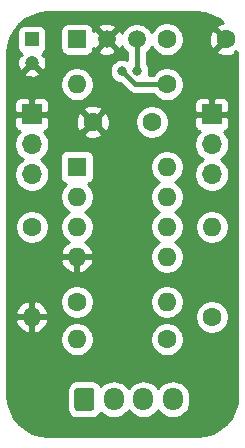
<source format=gbl>
G04 #@! TF.GenerationSoftware,KiCad,Pcbnew,(5.1.8)-1*
G04 #@! TF.CreationDate,2023-09-30T03:10:54+02:00*
G04 #@! TF.ProjectId,RC Exhaust System RGB,52432045-7868-4617-9573-742053797374,rev?*
G04 #@! TF.SameCoordinates,Original*
G04 #@! TF.FileFunction,Copper,L2,Bot*
G04 #@! TF.FilePolarity,Positive*
%FSLAX46Y46*%
G04 Gerber Fmt 4.6, Leading zero omitted, Abs format (unit mm)*
G04 Created by KiCad (PCBNEW (5.1.8)-1) date 2023-09-30 03:10:54*
%MOMM*%
%LPD*%
G01*
G04 APERTURE LIST*
G04 #@! TA.AperFunction,ComponentPad*
%ADD10C,1.600000*%
G04 #@! TD*
G04 #@! TA.AperFunction,ComponentPad*
%ADD11O,1.600000X1.600000*%
G04 #@! TD*
G04 #@! TA.AperFunction,ComponentPad*
%ADD12O,1.700000X1.700000*%
G04 #@! TD*
G04 #@! TA.AperFunction,ComponentPad*
%ADD13R,1.700000X1.700000*%
G04 #@! TD*
G04 #@! TA.AperFunction,ComponentPad*
%ADD14R,1.600000X1.600000*%
G04 #@! TD*
G04 #@! TA.AperFunction,ComponentPad*
%ADD15R,1.200000X1.200000*%
G04 #@! TD*
G04 #@! TA.AperFunction,ComponentPad*
%ADD16C,1.200000*%
G04 #@! TD*
G04 #@! TA.AperFunction,ComponentPad*
%ADD17C,1.500000*%
G04 #@! TD*
G04 #@! TA.AperFunction,ComponentPad*
%ADD18R,1.500000X1.500000*%
G04 #@! TD*
G04 #@! TA.AperFunction,ComponentPad*
%ADD19O,1.700000X1.950000*%
G04 #@! TD*
G04 #@! TA.AperFunction,ViaPad*
%ADD20C,0.800000*%
G04 #@! TD*
G04 #@! TA.AperFunction,Conductor*
%ADD21C,0.381000*%
G04 #@! TD*
G04 #@! TA.AperFunction,Conductor*
%ADD22C,0.254000*%
G04 #@! TD*
G04 #@! TA.AperFunction,Conductor*
%ADD23C,0.100000*%
G04 #@! TD*
G04 APERTURE END LIST*
D10*
X84455000Y-76835000D03*
X89455000Y-76835000D03*
X78185000Y-83820000D03*
X83185000Y-83820000D03*
X76835000Y-99060000D03*
D11*
X84455000Y-99060000D03*
X88265000Y-92710000D03*
D10*
X88265000Y-100330000D03*
D12*
X88265000Y-88265000D03*
X88265000Y-85725000D03*
D13*
X88265000Y-83185000D03*
D14*
X76835000Y-87630000D03*
D11*
X84455000Y-95250000D03*
X76835000Y-90170000D03*
X84455000Y-92710000D03*
X76835000Y-92710000D03*
X84455000Y-90170000D03*
X76835000Y-95250000D03*
X84455000Y-87630000D03*
D15*
X73025000Y-76835000D03*
D16*
X73025000Y-78835000D03*
D13*
X73025000Y-83185000D03*
D12*
X73025000Y-85725000D03*
X73025000Y-88265000D03*
D17*
X79375000Y-76835000D03*
X81915000Y-76835000D03*
D18*
X76835000Y-76835000D03*
D10*
X84455000Y-102235000D03*
D11*
X76835000Y-102235000D03*
X76835000Y-80645000D03*
D10*
X84455000Y-80645000D03*
X73025000Y-92710000D03*
D11*
X73025000Y-100330000D03*
G04 #@! TA.AperFunction,ComponentPad*
G36*
G01*
X76620000Y-108040000D02*
X76620000Y-106590000D01*
G75*
G02*
X76870000Y-106340000I250000J0D01*
G01*
X78070000Y-106340000D01*
G75*
G02*
X78320000Y-106590000I0J-250000D01*
G01*
X78320000Y-108040000D01*
G75*
G02*
X78070000Y-108290000I-250000J0D01*
G01*
X76870000Y-108290000D01*
G75*
G02*
X76620000Y-108040000I0J250000D01*
G01*
G37*
G04 #@! TD.AperFunction*
D19*
X79970000Y-107315000D03*
X82470000Y-107315000D03*
X84970000Y-107315000D03*
D20*
X81915000Y-79530500D03*
X80645000Y-79530500D03*
D21*
X81915000Y-79530500D02*
X81915000Y-76835000D01*
X81759500Y-80645000D02*
X81915000Y-80645000D01*
X80645000Y-79530500D02*
X81759500Y-80645000D01*
X81915000Y-80645000D02*
X84455000Y-80645000D01*
D22*
X87662551Y-74624619D02*
X88304677Y-74818488D01*
X88896917Y-75133388D01*
X89243103Y-75415731D01*
X89104870Y-75436213D01*
X88838708Y-75531397D01*
X88713486Y-75598329D01*
X88641903Y-75842298D01*
X89455000Y-76655395D01*
X89469143Y-76641253D01*
X89648748Y-76820858D01*
X89634605Y-76835000D01*
X89648748Y-76849143D01*
X89469143Y-77028748D01*
X89455000Y-77014605D01*
X88641903Y-77827702D01*
X88713486Y-78071671D01*
X88968996Y-78192571D01*
X89243184Y-78261300D01*
X89525512Y-78275217D01*
X89805130Y-78233787D01*
X90071292Y-78138603D01*
X90196514Y-78071671D01*
X90268097Y-77827704D01*
X90384370Y-77943977D01*
X90424579Y-77903768D01*
X90435000Y-78002921D01*
X90432004Y-106933683D01*
X90363381Y-107633551D01*
X90169512Y-108275677D01*
X89854612Y-108867917D01*
X89430680Y-109387708D01*
X88913852Y-109815266D01*
X88323829Y-110134291D01*
X87683068Y-110332640D01*
X86985088Y-110406000D01*
X74424279Y-110406000D01*
X73724449Y-110337381D01*
X73082323Y-110143512D01*
X72490083Y-109828612D01*
X71970292Y-109404680D01*
X71542734Y-108887852D01*
X71223709Y-108297829D01*
X71025360Y-107657068D01*
X70952000Y-106959088D01*
X70952000Y-106590000D01*
X75981928Y-106590000D01*
X75981928Y-108040000D01*
X75998992Y-108213254D01*
X76049528Y-108379850D01*
X76131595Y-108533386D01*
X76242038Y-108667962D01*
X76376614Y-108778405D01*
X76530150Y-108860472D01*
X76696746Y-108911008D01*
X76870000Y-108928072D01*
X78070000Y-108928072D01*
X78243254Y-108911008D01*
X78409850Y-108860472D01*
X78563386Y-108778405D01*
X78697962Y-108667962D01*
X78808405Y-108533386D01*
X78862777Y-108431663D01*
X78914866Y-108495134D01*
X79140987Y-108680706D01*
X79398967Y-108818599D01*
X79678890Y-108903513D01*
X79970000Y-108932185D01*
X80261111Y-108903513D01*
X80541034Y-108818599D01*
X80799014Y-108680706D01*
X81025134Y-108495134D01*
X81210706Y-108269014D01*
X81220000Y-108251626D01*
X81229294Y-108269014D01*
X81414866Y-108495134D01*
X81640987Y-108680706D01*
X81898967Y-108818599D01*
X82178890Y-108903513D01*
X82470000Y-108932185D01*
X82761111Y-108903513D01*
X83041034Y-108818599D01*
X83299014Y-108680706D01*
X83525134Y-108495134D01*
X83710706Y-108269014D01*
X83720000Y-108251626D01*
X83729294Y-108269014D01*
X83914866Y-108495134D01*
X84140987Y-108680706D01*
X84398967Y-108818599D01*
X84678890Y-108903513D01*
X84970000Y-108932185D01*
X85261111Y-108903513D01*
X85541034Y-108818599D01*
X85799014Y-108680706D01*
X86025134Y-108495134D01*
X86210706Y-108269014D01*
X86348599Y-108011033D01*
X86433513Y-107731110D01*
X86455000Y-107512949D01*
X86455000Y-107117050D01*
X86433513Y-106898889D01*
X86348599Y-106618966D01*
X86210706Y-106360986D01*
X86025134Y-106134866D01*
X85799013Y-105949294D01*
X85541033Y-105811401D01*
X85261110Y-105726487D01*
X84970000Y-105697815D01*
X84678889Y-105726487D01*
X84398966Y-105811401D01*
X84140986Y-105949294D01*
X83914866Y-106134866D01*
X83729294Y-106360987D01*
X83720000Y-106378374D01*
X83710706Y-106360986D01*
X83525134Y-106134866D01*
X83299013Y-105949294D01*
X83041033Y-105811401D01*
X82761110Y-105726487D01*
X82470000Y-105697815D01*
X82178889Y-105726487D01*
X81898966Y-105811401D01*
X81640986Y-105949294D01*
X81414866Y-106134866D01*
X81229294Y-106360987D01*
X81220000Y-106378374D01*
X81210706Y-106360986D01*
X81025134Y-106134866D01*
X80799013Y-105949294D01*
X80541033Y-105811401D01*
X80261110Y-105726487D01*
X79970000Y-105697815D01*
X79678889Y-105726487D01*
X79398966Y-105811401D01*
X79140986Y-105949294D01*
X78914866Y-106134866D01*
X78862777Y-106198337D01*
X78808405Y-106096614D01*
X78697962Y-105962038D01*
X78563386Y-105851595D01*
X78409850Y-105769528D01*
X78243254Y-105718992D01*
X78070000Y-105701928D01*
X76870000Y-105701928D01*
X76696746Y-105718992D01*
X76530150Y-105769528D01*
X76376614Y-105851595D01*
X76242038Y-105962038D01*
X76131595Y-106096614D01*
X76049528Y-106250150D01*
X75998992Y-106416746D01*
X75981928Y-106590000D01*
X70952000Y-106590000D01*
X70952000Y-102093665D01*
X75400000Y-102093665D01*
X75400000Y-102376335D01*
X75455147Y-102653574D01*
X75563320Y-102914727D01*
X75720363Y-103149759D01*
X75920241Y-103349637D01*
X76155273Y-103506680D01*
X76416426Y-103614853D01*
X76693665Y-103670000D01*
X76976335Y-103670000D01*
X77253574Y-103614853D01*
X77514727Y-103506680D01*
X77749759Y-103349637D01*
X77949637Y-103149759D01*
X78106680Y-102914727D01*
X78214853Y-102653574D01*
X78270000Y-102376335D01*
X78270000Y-102093665D01*
X83020000Y-102093665D01*
X83020000Y-102376335D01*
X83075147Y-102653574D01*
X83183320Y-102914727D01*
X83340363Y-103149759D01*
X83540241Y-103349637D01*
X83775273Y-103506680D01*
X84036426Y-103614853D01*
X84313665Y-103670000D01*
X84596335Y-103670000D01*
X84873574Y-103614853D01*
X85134727Y-103506680D01*
X85369759Y-103349637D01*
X85569637Y-103149759D01*
X85726680Y-102914727D01*
X85834853Y-102653574D01*
X85890000Y-102376335D01*
X85890000Y-102093665D01*
X85834853Y-101816426D01*
X85726680Y-101555273D01*
X85569637Y-101320241D01*
X85369759Y-101120363D01*
X85134727Y-100963320D01*
X84873574Y-100855147D01*
X84596335Y-100800000D01*
X84313665Y-100800000D01*
X84036426Y-100855147D01*
X83775273Y-100963320D01*
X83540241Y-101120363D01*
X83340363Y-101320241D01*
X83183320Y-101555273D01*
X83075147Y-101816426D01*
X83020000Y-102093665D01*
X78270000Y-102093665D01*
X78214853Y-101816426D01*
X78106680Y-101555273D01*
X77949637Y-101320241D01*
X77749759Y-101120363D01*
X77514727Y-100963320D01*
X77253574Y-100855147D01*
X76976335Y-100800000D01*
X76693665Y-100800000D01*
X76416426Y-100855147D01*
X76155273Y-100963320D01*
X75920241Y-101120363D01*
X75720363Y-101320241D01*
X75563320Y-101555273D01*
X75455147Y-101816426D01*
X75400000Y-102093665D01*
X70952000Y-102093665D01*
X70952000Y-100679040D01*
X71633091Y-100679040D01*
X71727930Y-100943881D01*
X71872615Y-101185131D01*
X72061586Y-101393519D01*
X72287580Y-101561037D01*
X72541913Y-101681246D01*
X72675961Y-101721904D01*
X72898000Y-101599915D01*
X72898000Y-100457000D01*
X73152000Y-100457000D01*
X73152000Y-101599915D01*
X73374039Y-101721904D01*
X73508087Y-101681246D01*
X73762420Y-101561037D01*
X73988414Y-101393519D01*
X74177385Y-101185131D01*
X74322070Y-100943881D01*
X74416909Y-100679040D01*
X74295624Y-100457000D01*
X73152000Y-100457000D01*
X72898000Y-100457000D01*
X71754376Y-100457000D01*
X71633091Y-100679040D01*
X70952000Y-100679040D01*
X70952000Y-99980960D01*
X71633091Y-99980960D01*
X71754376Y-100203000D01*
X72898000Y-100203000D01*
X72898000Y-99060085D01*
X73152000Y-99060085D01*
X73152000Y-100203000D01*
X74295624Y-100203000D01*
X74416909Y-99980960D01*
X74322070Y-99716119D01*
X74177385Y-99474869D01*
X73988414Y-99266481D01*
X73762420Y-99098963D01*
X73508087Y-98978754D01*
X73374039Y-98938096D01*
X73152000Y-99060085D01*
X72898000Y-99060085D01*
X72675961Y-98938096D01*
X72541913Y-98978754D01*
X72287580Y-99098963D01*
X72061586Y-99266481D01*
X71872615Y-99474869D01*
X71727930Y-99716119D01*
X71633091Y-99980960D01*
X70952000Y-99980960D01*
X70952000Y-98918665D01*
X75400000Y-98918665D01*
X75400000Y-99201335D01*
X75455147Y-99478574D01*
X75563320Y-99739727D01*
X75720363Y-99974759D01*
X75920241Y-100174637D01*
X76155273Y-100331680D01*
X76416426Y-100439853D01*
X76693665Y-100495000D01*
X76976335Y-100495000D01*
X77253574Y-100439853D01*
X77514727Y-100331680D01*
X77749759Y-100174637D01*
X77949637Y-99974759D01*
X78106680Y-99739727D01*
X78214853Y-99478574D01*
X78270000Y-99201335D01*
X78270000Y-98918665D01*
X83020000Y-98918665D01*
X83020000Y-99201335D01*
X83075147Y-99478574D01*
X83183320Y-99739727D01*
X83340363Y-99974759D01*
X83540241Y-100174637D01*
X83775273Y-100331680D01*
X84036426Y-100439853D01*
X84313665Y-100495000D01*
X84596335Y-100495000D01*
X84873574Y-100439853D01*
X85134727Y-100331680D01*
X85348764Y-100188665D01*
X86830000Y-100188665D01*
X86830000Y-100471335D01*
X86885147Y-100748574D01*
X86993320Y-101009727D01*
X87150363Y-101244759D01*
X87350241Y-101444637D01*
X87585273Y-101601680D01*
X87846426Y-101709853D01*
X88123665Y-101765000D01*
X88406335Y-101765000D01*
X88683574Y-101709853D01*
X88944727Y-101601680D01*
X89179759Y-101444637D01*
X89379637Y-101244759D01*
X89536680Y-101009727D01*
X89644853Y-100748574D01*
X89700000Y-100471335D01*
X89700000Y-100188665D01*
X89644853Y-99911426D01*
X89536680Y-99650273D01*
X89379637Y-99415241D01*
X89179759Y-99215363D01*
X88944727Y-99058320D01*
X88683574Y-98950147D01*
X88406335Y-98895000D01*
X88123665Y-98895000D01*
X87846426Y-98950147D01*
X87585273Y-99058320D01*
X87350241Y-99215363D01*
X87150363Y-99415241D01*
X86993320Y-99650273D01*
X86885147Y-99911426D01*
X86830000Y-100188665D01*
X85348764Y-100188665D01*
X85369759Y-100174637D01*
X85569637Y-99974759D01*
X85726680Y-99739727D01*
X85834853Y-99478574D01*
X85890000Y-99201335D01*
X85890000Y-98918665D01*
X85834853Y-98641426D01*
X85726680Y-98380273D01*
X85569637Y-98145241D01*
X85369759Y-97945363D01*
X85134727Y-97788320D01*
X84873574Y-97680147D01*
X84596335Y-97625000D01*
X84313665Y-97625000D01*
X84036426Y-97680147D01*
X83775273Y-97788320D01*
X83540241Y-97945363D01*
X83340363Y-98145241D01*
X83183320Y-98380273D01*
X83075147Y-98641426D01*
X83020000Y-98918665D01*
X78270000Y-98918665D01*
X78214853Y-98641426D01*
X78106680Y-98380273D01*
X77949637Y-98145241D01*
X77749759Y-97945363D01*
X77514727Y-97788320D01*
X77253574Y-97680147D01*
X76976335Y-97625000D01*
X76693665Y-97625000D01*
X76416426Y-97680147D01*
X76155273Y-97788320D01*
X75920241Y-97945363D01*
X75720363Y-98145241D01*
X75563320Y-98380273D01*
X75455147Y-98641426D01*
X75400000Y-98918665D01*
X70952000Y-98918665D01*
X70952000Y-95599039D01*
X75443096Y-95599039D01*
X75483754Y-95733087D01*
X75603963Y-95987420D01*
X75771481Y-96213414D01*
X75979869Y-96402385D01*
X76221119Y-96547070D01*
X76485960Y-96641909D01*
X76708000Y-96520624D01*
X76708000Y-95377000D01*
X76962000Y-95377000D01*
X76962000Y-96520624D01*
X77184040Y-96641909D01*
X77448881Y-96547070D01*
X77690131Y-96402385D01*
X77898519Y-96213414D01*
X78066037Y-95987420D01*
X78186246Y-95733087D01*
X78226904Y-95599039D01*
X78104915Y-95377000D01*
X76962000Y-95377000D01*
X76708000Y-95377000D01*
X75565085Y-95377000D01*
X75443096Y-95599039D01*
X70952000Y-95599039D01*
X70952000Y-92568665D01*
X71590000Y-92568665D01*
X71590000Y-92851335D01*
X71645147Y-93128574D01*
X71753320Y-93389727D01*
X71910363Y-93624759D01*
X72110241Y-93824637D01*
X72345273Y-93981680D01*
X72606426Y-94089853D01*
X72883665Y-94145000D01*
X73166335Y-94145000D01*
X73443574Y-94089853D01*
X73704727Y-93981680D01*
X73939759Y-93824637D01*
X74139637Y-93624759D01*
X74296680Y-93389727D01*
X74404853Y-93128574D01*
X74460000Y-92851335D01*
X74460000Y-92568665D01*
X74404853Y-92291426D01*
X74296680Y-92030273D01*
X74139637Y-91795241D01*
X73939759Y-91595363D01*
X73704727Y-91438320D01*
X73443574Y-91330147D01*
X73166335Y-91275000D01*
X72883665Y-91275000D01*
X72606426Y-91330147D01*
X72345273Y-91438320D01*
X72110241Y-91595363D01*
X71910363Y-91795241D01*
X71753320Y-92030273D01*
X71645147Y-92291426D01*
X71590000Y-92568665D01*
X70952000Y-92568665D01*
X70952000Y-84035000D01*
X71536928Y-84035000D01*
X71549188Y-84159482D01*
X71585498Y-84279180D01*
X71644463Y-84389494D01*
X71723815Y-84486185D01*
X71820506Y-84565537D01*
X71930820Y-84624502D01*
X72003380Y-84646513D01*
X71871525Y-84778368D01*
X71709010Y-85021589D01*
X71597068Y-85291842D01*
X71540000Y-85578740D01*
X71540000Y-85871260D01*
X71597068Y-86158158D01*
X71709010Y-86428411D01*
X71871525Y-86671632D01*
X72078368Y-86878475D01*
X72252760Y-86995000D01*
X72078368Y-87111525D01*
X71871525Y-87318368D01*
X71709010Y-87561589D01*
X71597068Y-87831842D01*
X71540000Y-88118740D01*
X71540000Y-88411260D01*
X71597068Y-88698158D01*
X71709010Y-88968411D01*
X71871525Y-89211632D01*
X72078368Y-89418475D01*
X72321589Y-89580990D01*
X72591842Y-89692932D01*
X72878740Y-89750000D01*
X73171260Y-89750000D01*
X73458158Y-89692932D01*
X73728411Y-89580990D01*
X73971632Y-89418475D01*
X74178475Y-89211632D01*
X74340990Y-88968411D01*
X74452932Y-88698158D01*
X74510000Y-88411260D01*
X74510000Y-88118740D01*
X74452932Y-87831842D01*
X74340990Y-87561589D01*
X74178475Y-87318368D01*
X73971632Y-87111525D01*
X73797240Y-86995000D01*
X73971632Y-86878475D01*
X74020107Y-86830000D01*
X75396928Y-86830000D01*
X75396928Y-88430000D01*
X75409188Y-88554482D01*
X75445498Y-88674180D01*
X75504463Y-88784494D01*
X75583815Y-88881185D01*
X75680506Y-88960537D01*
X75790820Y-89019502D01*
X75910518Y-89055812D01*
X75918961Y-89056643D01*
X75720363Y-89255241D01*
X75563320Y-89490273D01*
X75455147Y-89751426D01*
X75400000Y-90028665D01*
X75400000Y-90311335D01*
X75455147Y-90588574D01*
X75563320Y-90849727D01*
X75720363Y-91084759D01*
X75920241Y-91284637D01*
X76152759Y-91440000D01*
X75920241Y-91595363D01*
X75720363Y-91795241D01*
X75563320Y-92030273D01*
X75455147Y-92291426D01*
X75400000Y-92568665D01*
X75400000Y-92851335D01*
X75455147Y-93128574D01*
X75563320Y-93389727D01*
X75720363Y-93624759D01*
X75920241Y-93824637D01*
X76155273Y-93981680D01*
X76165865Y-93986067D01*
X75979869Y-94097615D01*
X75771481Y-94286586D01*
X75603963Y-94512580D01*
X75483754Y-94766913D01*
X75443096Y-94900961D01*
X75565085Y-95123000D01*
X76708000Y-95123000D01*
X76708000Y-95103000D01*
X76962000Y-95103000D01*
X76962000Y-95123000D01*
X78104915Y-95123000D01*
X78226904Y-94900961D01*
X78186246Y-94766913D01*
X78066037Y-94512580D01*
X77898519Y-94286586D01*
X77690131Y-94097615D01*
X77504135Y-93986067D01*
X77514727Y-93981680D01*
X77749759Y-93824637D01*
X77949637Y-93624759D01*
X78106680Y-93389727D01*
X78214853Y-93128574D01*
X78270000Y-92851335D01*
X78270000Y-92568665D01*
X78214853Y-92291426D01*
X78106680Y-92030273D01*
X77949637Y-91795241D01*
X77749759Y-91595363D01*
X77517241Y-91440000D01*
X77749759Y-91284637D01*
X77949637Y-91084759D01*
X78106680Y-90849727D01*
X78214853Y-90588574D01*
X78270000Y-90311335D01*
X78270000Y-90028665D01*
X78214853Y-89751426D01*
X78106680Y-89490273D01*
X77949637Y-89255241D01*
X77751039Y-89056643D01*
X77759482Y-89055812D01*
X77879180Y-89019502D01*
X77989494Y-88960537D01*
X78086185Y-88881185D01*
X78165537Y-88784494D01*
X78224502Y-88674180D01*
X78260812Y-88554482D01*
X78273072Y-88430000D01*
X78273072Y-87488665D01*
X83020000Y-87488665D01*
X83020000Y-87771335D01*
X83075147Y-88048574D01*
X83183320Y-88309727D01*
X83340363Y-88544759D01*
X83540241Y-88744637D01*
X83772759Y-88900000D01*
X83540241Y-89055363D01*
X83340363Y-89255241D01*
X83183320Y-89490273D01*
X83075147Y-89751426D01*
X83020000Y-90028665D01*
X83020000Y-90311335D01*
X83075147Y-90588574D01*
X83183320Y-90849727D01*
X83340363Y-91084759D01*
X83540241Y-91284637D01*
X83772759Y-91440000D01*
X83540241Y-91595363D01*
X83340363Y-91795241D01*
X83183320Y-92030273D01*
X83075147Y-92291426D01*
X83020000Y-92568665D01*
X83020000Y-92851335D01*
X83075147Y-93128574D01*
X83183320Y-93389727D01*
X83340363Y-93624759D01*
X83540241Y-93824637D01*
X83772759Y-93980000D01*
X83540241Y-94135363D01*
X83340363Y-94335241D01*
X83183320Y-94570273D01*
X83075147Y-94831426D01*
X83020000Y-95108665D01*
X83020000Y-95391335D01*
X83075147Y-95668574D01*
X83183320Y-95929727D01*
X83340363Y-96164759D01*
X83540241Y-96364637D01*
X83775273Y-96521680D01*
X84036426Y-96629853D01*
X84313665Y-96685000D01*
X84596335Y-96685000D01*
X84873574Y-96629853D01*
X85134727Y-96521680D01*
X85369759Y-96364637D01*
X85569637Y-96164759D01*
X85726680Y-95929727D01*
X85834853Y-95668574D01*
X85890000Y-95391335D01*
X85890000Y-95108665D01*
X85834853Y-94831426D01*
X85726680Y-94570273D01*
X85569637Y-94335241D01*
X85369759Y-94135363D01*
X85137241Y-93980000D01*
X85369759Y-93824637D01*
X85569637Y-93624759D01*
X85726680Y-93389727D01*
X85834853Y-93128574D01*
X85890000Y-92851335D01*
X85890000Y-92568665D01*
X86830000Y-92568665D01*
X86830000Y-92851335D01*
X86885147Y-93128574D01*
X86993320Y-93389727D01*
X87150363Y-93624759D01*
X87350241Y-93824637D01*
X87585273Y-93981680D01*
X87846426Y-94089853D01*
X88123665Y-94145000D01*
X88406335Y-94145000D01*
X88683574Y-94089853D01*
X88944727Y-93981680D01*
X89179759Y-93824637D01*
X89379637Y-93624759D01*
X89536680Y-93389727D01*
X89644853Y-93128574D01*
X89700000Y-92851335D01*
X89700000Y-92568665D01*
X89644853Y-92291426D01*
X89536680Y-92030273D01*
X89379637Y-91795241D01*
X89179759Y-91595363D01*
X88944727Y-91438320D01*
X88683574Y-91330147D01*
X88406335Y-91275000D01*
X88123665Y-91275000D01*
X87846426Y-91330147D01*
X87585273Y-91438320D01*
X87350241Y-91595363D01*
X87150363Y-91795241D01*
X86993320Y-92030273D01*
X86885147Y-92291426D01*
X86830000Y-92568665D01*
X85890000Y-92568665D01*
X85834853Y-92291426D01*
X85726680Y-92030273D01*
X85569637Y-91795241D01*
X85369759Y-91595363D01*
X85137241Y-91440000D01*
X85369759Y-91284637D01*
X85569637Y-91084759D01*
X85726680Y-90849727D01*
X85834853Y-90588574D01*
X85890000Y-90311335D01*
X85890000Y-90028665D01*
X85834853Y-89751426D01*
X85726680Y-89490273D01*
X85569637Y-89255241D01*
X85369759Y-89055363D01*
X85137241Y-88900000D01*
X85369759Y-88744637D01*
X85569637Y-88544759D01*
X85726680Y-88309727D01*
X85834853Y-88048574D01*
X85890000Y-87771335D01*
X85890000Y-87488665D01*
X85834853Y-87211426D01*
X85726680Y-86950273D01*
X85569637Y-86715241D01*
X85369759Y-86515363D01*
X85134727Y-86358320D01*
X84873574Y-86250147D01*
X84596335Y-86195000D01*
X84313665Y-86195000D01*
X84036426Y-86250147D01*
X83775273Y-86358320D01*
X83540241Y-86515363D01*
X83340363Y-86715241D01*
X83183320Y-86950273D01*
X83075147Y-87211426D01*
X83020000Y-87488665D01*
X78273072Y-87488665D01*
X78273072Y-86830000D01*
X78260812Y-86705518D01*
X78224502Y-86585820D01*
X78165537Y-86475506D01*
X78086185Y-86378815D01*
X77989494Y-86299463D01*
X77879180Y-86240498D01*
X77759482Y-86204188D01*
X77635000Y-86191928D01*
X76035000Y-86191928D01*
X75910518Y-86204188D01*
X75790820Y-86240498D01*
X75680506Y-86299463D01*
X75583815Y-86378815D01*
X75504463Y-86475506D01*
X75445498Y-86585820D01*
X75409188Y-86705518D01*
X75396928Y-86830000D01*
X74020107Y-86830000D01*
X74178475Y-86671632D01*
X74340990Y-86428411D01*
X74452932Y-86158158D01*
X74510000Y-85871260D01*
X74510000Y-85578740D01*
X74452932Y-85291842D01*
X74340990Y-85021589D01*
X74201417Y-84812702D01*
X77371903Y-84812702D01*
X77443486Y-85056671D01*
X77698996Y-85177571D01*
X77973184Y-85246300D01*
X78255512Y-85260217D01*
X78535130Y-85218787D01*
X78801292Y-85123603D01*
X78926514Y-85056671D01*
X78998097Y-84812702D01*
X78185000Y-83999605D01*
X77371903Y-84812702D01*
X74201417Y-84812702D01*
X74178475Y-84778368D01*
X74046620Y-84646513D01*
X74119180Y-84624502D01*
X74229494Y-84565537D01*
X74326185Y-84486185D01*
X74405537Y-84389494D01*
X74464502Y-84279180D01*
X74500812Y-84159482D01*
X74513072Y-84035000D01*
X74512286Y-83890512D01*
X76744783Y-83890512D01*
X76786213Y-84170130D01*
X76881397Y-84436292D01*
X76948329Y-84561514D01*
X77192298Y-84633097D01*
X78005395Y-83820000D01*
X78364605Y-83820000D01*
X79177702Y-84633097D01*
X79421671Y-84561514D01*
X79542571Y-84306004D01*
X79611300Y-84031816D01*
X79625217Y-83749488D01*
X79614724Y-83678665D01*
X81750000Y-83678665D01*
X81750000Y-83961335D01*
X81805147Y-84238574D01*
X81913320Y-84499727D01*
X82070363Y-84734759D01*
X82270241Y-84934637D01*
X82505273Y-85091680D01*
X82766426Y-85199853D01*
X83043665Y-85255000D01*
X83326335Y-85255000D01*
X83603574Y-85199853D01*
X83864727Y-85091680D01*
X84099759Y-84934637D01*
X84299637Y-84734759D01*
X84456680Y-84499727D01*
X84564853Y-84238574D01*
X84605346Y-84035000D01*
X86776928Y-84035000D01*
X86789188Y-84159482D01*
X86825498Y-84279180D01*
X86884463Y-84389494D01*
X86963815Y-84486185D01*
X87060506Y-84565537D01*
X87170820Y-84624502D01*
X87243380Y-84646513D01*
X87111525Y-84778368D01*
X86949010Y-85021589D01*
X86837068Y-85291842D01*
X86780000Y-85578740D01*
X86780000Y-85871260D01*
X86837068Y-86158158D01*
X86949010Y-86428411D01*
X87111525Y-86671632D01*
X87318368Y-86878475D01*
X87492760Y-86995000D01*
X87318368Y-87111525D01*
X87111525Y-87318368D01*
X86949010Y-87561589D01*
X86837068Y-87831842D01*
X86780000Y-88118740D01*
X86780000Y-88411260D01*
X86837068Y-88698158D01*
X86949010Y-88968411D01*
X87111525Y-89211632D01*
X87318368Y-89418475D01*
X87561589Y-89580990D01*
X87831842Y-89692932D01*
X88118740Y-89750000D01*
X88411260Y-89750000D01*
X88698158Y-89692932D01*
X88968411Y-89580990D01*
X89211632Y-89418475D01*
X89418475Y-89211632D01*
X89580990Y-88968411D01*
X89692932Y-88698158D01*
X89750000Y-88411260D01*
X89750000Y-88118740D01*
X89692932Y-87831842D01*
X89580990Y-87561589D01*
X89418475Y-87318368D01*
X89211632Y-87111525D01*
X89037240Y-86995000D01*
X89211632Y-86878475D01*
X89418475Y-86671632D01*
X89580990Y-86428411D01*
X89692932Y-86158158D01*
X89750000Y-85871260D01*
X89750000Y-85578740D01*
X89692932Y-85291842D01*
X89580990Y-85021589D01*
X89418475Y-84778368D01*
X89286620Y-84646513D01*
X89359180Y-84624502D01*
X89469494Y-84565537D01*
X89566185Y-84486185D01*
X89645537Y-84389494D01*
X89704502Y-84279180D01*
X89740812Y-84159482D01*
X89753072Y-84035000D01*
X89750000Y-83470750D01*
X89591250Y-83312000D01*
X88392000Y-83312000D01*
X88392000Y-83332000D01*
X88138000Y-83332000D01*
X88138000Y-83312000D01*
X86938750Y-83312000D01*
X86780000Y-83470750D01*
X86776928Y-84035000D01*
X84605346Y-84035000D01*
X84620000Y-83961335D01*
X84620000Y-83678665D01*
X84564853Y-83401426D01*
X84456680Y-83140273D01*
X84299637Y-82905241D01*
X84099759Y-82705363D01*
X83864727Y-82548320D01*
X83603574Y-82440147D01*
X83326335Y-82385000D01*
X83043665Y-82385000D01*
X82766426Y-82440147D01*
X82505273Y-82548320D01*
X82270241Y-82705363D01*
X82070363Y-82905241D01*
X81913320Y-83140273D01*
X81805147Y-83401426D01*
X81750000Y-83678665D01*
X79614724Y-83678665D01*
X79583787Y-83469870D01*
X79488603Y-83203708D01*
X79421671Y-83078486D01*
X79177702Y-83006903D01*
X78364605Y-83820000D01*
X78005395Y-83820000D01*
X77192298Y-83006903D01*
X76948329Y-83078486D01*
X76827429Y-83333996D01*
X76758700Y-83608184D01*
X76744783Y-83890512D01*
X74512286Y-83890512D01*
X74510000Y-83470750D01*
X74351250Y-83312000D01*
X73152000Y-83312000D01*
X73152000Y-83332000D01*
X72898000Y-83332000D01*
X72898000Y-83312000D01*
X71698750Y-83312000D01*
X71540000Y-83470750D01*
X71536928Y-84035000D01*
X70952000Y-84035000D01*
X70952000Y-82335000D01*
X71536928Y-82335000D01*
X71540000Y-82899250D01*
X71698750Y-83058000D01*
X72898000Y-83058000D01*
X72898000Y-81858750D01*
X73152000Y-81858750D01*
X73152000Y-83058000D01*
X74351250Y-83058000D01*
X74510000Y-82899250D01*
X74510391Y-82827298D01*
X77371903Y-82827298D01*
X78185000Y-83640395D01*
X78998097Y-82827298D01*
X78926514Y-82583329D01*
X78671004Y-82462429D01*
X78396816Y-82393700D01*
X78114488Y-82379783D01*
X77834870Y-82421213D01*
X77568708Y-82516397D01*
X77443486Y-82583329D01*
X77371903Y-82827298D01*
X74510391Y-82827298D01*
X74513072Y-82335000D01*
X86776928Y-82335000D01*
X86780000Y-82899250D01*
X86938750Y-83058000D01*
X88138000Y-83058000D01*
X88138000Y-81858750D01*
X88392000Y-81858750D01*
X88392000Y-83058000D01*
X89591250Y-83058000D01*
X89750000Y-82899250D01*
X89753072Y-82335000D01*
X89740812Y-82210518D01*
X89704502Y-82090820D01*
X89645537Y-81980506D01*
X89566185Y-81883815D01*
X89469494Y-81804463D01*
X89359180Y-81745498D01*
X89239482Y-81709188D01*
X89115000Y-81696928D01*
X88550750Y-81700000D01*
X88392000Y-81858750D01*
X88138000Y-81858750D01*
X87979250Y-81700000D01*
X87415000Y-81696928D01*
X87290518Y-81709188D01*
X87170820Y-81745498D01*
X87060506Y-81804463D01*
X86963815Y-81883815D01*
X86884463Y-81980506D01*
X86825498Y-82090820D01*
X86789188Y-82210518D01*
X86776928Y-82335000D01*
X74513072Y-82335000D01*
X74500812Y-82210518D01*
X74464502Y-82090820D01*
X74405537Y-81980506D01*
X74326185Y-81883815D01*
X74229494Y-81804463D01*
X74119180Y-81745498D01*
X73999482Y-81709188D01*
X73875000Y-81696928D01*
X73310750Y-81700000D01*
X73152000Y-81858750D01*
X72898000Y-81858750D01*
X72739250Y-81700000D01*
X72175000Y-81696928D01*
X72050518Y-81709188D01*
X71930820Y-81745498D01*
X71820506Y-81804463D01*
X71723815Y-81883815D01*
X71644463Y-81980506D01*
X71585498Y-82090820D01*
X71549188Y-82210518D01*
X71536928Y-82335000D01*
X70952000Y-82335000D01*
X70952000Y-80503665D01*
X75400000Y-80503665D01*
X75400000Y-80786335D01*
X75455147Y-81063574D01*
X75563320Y-81324727D01*
X75720363Y-81559759D01*
X75920241Y-81759637D01*
X76155273Y-81916680D01*
X76416426Y-82024853D01*
X76693665Y-82080000D01*
X76976335Y-82080000D01*
X77253574Y-82024853D01*
X77514727Y-81916680D01*
X77749759Y-81759637D01*
X77949637Y-81559759D01*
X78106680Y-81324727D01*
X78214853Y-81063574D01*
X78270000Y-80786335D01*
X78270000Y-80503665D01*
X78214853Y-80226426D01*
X78106680Y-79965273D01*
X77949637Y-79730241D01*
X77749759Y-79530363D01*
X77514727Y-79373320D01*
X77253574Y-79265147D01*
X76976335Y-79210000D01*
X76693665Y-79210000D01*
X76416426Y-79265147D01*
X76155273Y-79373320D01*
X75920241Y-79530363D01*
X75720363Y-79730241D01*
X75563320Y-79965273D01*
X75455147Y-80226426D01*
X75400000Y-80503665D01*
X70952000Y-80503665D01*
X70952000Y-79684764D01*
X72354841Y-79684764D01*
X72402148Y-79908348D01*
X72623516Y-80009237D01*
X72860313Y-80065000D01*
X73103438Y-80073495D01*
X73343549Y-80034395D01*
X73571418Y-79949202D01*
X73647852Y-79908348D01*
X73695159Y-79684764D01*
X73025000Y-79014605D01*
X72354841Y-79684764D01*
X70952000Y-79684764D01*
X70952000Y-78913438D01*
X71786505Y-78913438D01*
X71825605Y-79153549D01*
X71910798Y-79381418D01*
X71951652Y-79457852D01*
X72175236Y-79505159D01*
X72845395Y-78835000D01*
X72831253Y-78820858D01*
X73010858Y-78641253D01*
X73025000Y-78655395D01*
X73039143Y-78641253D01*
X73218748Y-78820858D01*
X73204605Y-78835000D01*
X73874764Y-79505159D01*
X74098348Y-79457852D01*
X74199237Y-79236484D01*
X74255000Y-78999687D01*
X74263495Y-78756562D01*
X74224395Y-78516451D01*
X74139202Y-78288582D01*
X74098348Y-78212148D01*
X73874766Y-78164842D01*
X73991872Y-78047736D01*
X73933994Y-77989858D01*
X73979494Y-77965537D01*
X74076185Y-77886185D01*
X74155537Y-77789494D01*
X74214502Y-77679180D01*
X74250812Y-77559482D01*
X74263072Y-77435000D01*
X74263072Y-76235000D01*
X74250812Y-76110518D01*
X74243072Y-76085000D01*
X75446928Y-76085000D01*
X75446928Y-77585000D01*
X75459188Y-77709482D01*
X75495498Y-77829180D01*
X75554463Y-77939494D01*
X75633815Y-78036185D01*
X75730506Y-78115537D01*
X75840820Y-78174502D01*
X75960518Y-78210812D01*
X76085000Y-78223072D01*
X77585000Y-78223072D01*
X77709482Y-78210812D01*
X77829180Y-78174502D01*
X77939494Y-78115537D01*
X78036185Y-78036185D01*
X78115537Y-77939494D01*
X78174502Y-77829180D01*
X78185782Y-77791993D01*
X78597612Y-77791993D01*
X78663137Y-78030860D01*
X78910116Y-78146760D01*
X79174960Y-78212250D01*
X79447492Y-78224812D01*
X79717238Y-78183965D01*
X79973832Y-78091277D01*
X80086863Y-78030860D01*
X80152388Y-77791993D01*
X79375000Y-77014605D01*
X78597612Y-77791993D01*
X78185782Y-77791993D01*
X78210812Y-77709482D01*
X78223072Y-77585000D01*
X78223072Y-77558914D01*
X78418007Y-77612388D01*
X79195395Y-76835000D01*
X79554605Y-76835000D01*
X80331993Y-77612388D01*
X80570860Y-77546863D01*
X80645164Y-77388523D01*
X80687629Y-77491043D01*
X80839201Y-77717886D01*
X81032114Y-77910799D01*
X81089501Y-77949144D01*
X81089500Y-78594342D01*
X80946898Y-78535274D01*
X80746939Y-78495500D01*
X80543061Y-78495500D01*
X80343102Y-78535274D01*
X80154744Y-78613295D01*
X79985226Y-78726563D01*
X79841063Y-78870726D01*
X79727795Y-79040244D01*
X79649774Y-79228602D01*
X79610000Y-79428561D01*
X79610000Y-79632439D01*
X79649774Y-79832398D01*
X79727795Y-80020756D01*
X79841063Y-80190274D01*
X79985226Y-80334437D01*
X80154744Y-80447705D01*
X80343102Y-80525726D01*
X80504996Y-80557928D01*
X81147106Y-81200039D01*
X81172959Y-81231541D01*
X81237096Y-81284177D01*
X81298657Y-81334699D01*
X81442066Y-81411353D01*
X81597674Y-81458556D01*
X81718947Y-81470500D01*
X81718949Y-81470500D01*
X81759499Y-81474494D01*
X81800050Y-81470500D01*
X83280722Y-81470500D01*
X83340363Y-81559759D01*
X83540241Y-81759637D01*
X83775273Y-81916680D01*
X84036426Y-82024853D01*
X84313665Y-82080000D01*
X84596335Y-82080000D01*
X84873574Y-82024853D01*
X85134727Y-81916680D01*
X85369759Y-81759637D01*
X85569637Y-81559759D01*
X85726680Y-81324727D01*
X85834853Y-81063574D01*
X85890000Y-80786335D01*
X85890000Y-80503665D01*
X85834853Y-80226426D01*
X85726680Y-79965273D01*
X85569637Y-79730241D01*
X85369759Y-79530363D01*
X85134727Y-79373320D01*
X84873574Y-79265147D01*
X84596335Y-79210000D01*
X84313665Y-79210000D01*
X84036426Y-79265147D01*
X83775273Y-79373320D01*
X83540241Y-79530363D01*
X83340363Y-79730241D01*
X83280722Y-79819500D01*
X82912792Y-79819500D01*
X82950000Y-79632439D01*
X82950000Y-79428561D01*
X82910226Y-79228602D01*
X82832205Y-79040244D01*
X82740500Y-78902997D01*
X82740500Y-77949143D01*
X82797886Y-77910799D01*
X82990799Y-77717886D01*
X83142371Y-77491043D01*
X83157940Y-77453455D01*
X83183320Y-77514727D01*
X83340363Y-77749759D01*
X83540241Y-77949637D01*
X83775273Y-78106680D01*
X84036426Y-78214853D01*
X84313665Y-78270000D01*
X84596335Y-78270000D01*
X84873574Y-78214853D01*
X85134727Y-78106680D01*
X85369759Y-77949637D01*
X85569637Y-77749759D01*
X85726680Y-77514727D01*
X85834853Y-77253574D01*
X85890000Y-76976335D01*
X85890000Y-76905512D01*
X88014783Y-76905512D01*
X88056213Y-77185130D01*
X88151397Y-77451292D01*
X88218329Y-77576514D01*
X88462298Y-77648097D01*
X89275395Y-76835000D01*
X88462298Y-76021903D01*
X88218329Y-76093486D01*
X88097429Y-76348996D01*
X88028700Y-76623184D01*
X88014783Y-76905512D01*
X85890000Y-76905512D01*
X85890000Y-76693665D01*
X85834853Y-76416426D01*
X85726680Y-76155273D01*
X85569637Y-75920241D01*
X85369759Y-75720363D01*
X85134727Y-75563320D01*
X84873574Y-75455147D01*
X84596335Y-75400000D01*
X84313665Y-75400000D01*
X84036426Y-75455147D01*
X83775273Y-75563320D01*
X83540241Y-75720363D01*
X83340363Y-75920241D01*
X83183320Y-76155273D01*
X83157940Y-76216545D01*
X83142371Y-76178957D01*
X82990799Y-75952114D01*
X82797886Y-75759201D01*
X82571043Y-75607629D01*
X82318989Y-75503225D01*
X82051411Y-75450000D01*
X81778589Y-75450000D01*
X81511011Y-75503225D01*
X81258957Y-75607629D01*
X81032114Y-75759201D01*
X80839201Y-75952114D01*
X80687629Y-76178957D01*
X80646489Y-76278279D01*
X80631277Y-76236168D01*
X80570860Y-76123137D01*
X80331993Y-76057612D01*
X79554605Y-76835000D01*
X79195395Y-76835000D01*
X78418007Y-76057612D01*
X78223072Y-76111086D01*
X78223072Y-76085000D01*
X78210812Y-75960518D01*
X78185783Y-75878007D01*
X78597612Y-75878007D01*
X79375000Y-76655395D01*
X80152388Y-75878007D01*
X80086863Y-75639140D01*
X79839884Y-75523240D01*
X79575040Y-75457750D01*
X79302508Y-75445188D01*
X79032762Y-75486035D01*
X78776168Y-75578723D01*
X78663137Y-75639140D01*
X78597612Y-75878007D01*
X78185783Y-75878007D01*
X78174502Y-75840820D01*
X78115537Y-75730506D01*
X78036185Y-75633815D01*
X77939494Y-75554463D01*
X77829180Y-75495498D01*
X77709482Y-75459188D01*
X77585000Y-75446928D01*
X76085000Y-75446928D01*
X75960518Y-75459188D01*
X75840820Y-75495498D01*
X75730506Y-75554463D01*
X75633815Y-75633815D01*
X75554463Y-75730506D01*
X75495498Y-75840820D01*
X75459188Y-75960518D01*
X75446928Y-76085000D01*
X74243072Y-76085000D01*
X74214502Y-75990820D01*
X74155537Y-75880506D01*
X74076185Y-75783815D01*
X73979494Y-75704463D01*
X73869180Y-75645498D01*
X73749482Y-75609188D01*
X73625000Y-75596928D01*
X72425000Y-75596928D01*
X72300518Y-75609188D01*
X72180820Y-75645498D01*
X72070506Y-75704463D01*
X71973815Y-75783815D01*
X71894463Y-75880506D01*
X71835498Y-75990820D01*
X71799188Y-76110518D01*
X71786928Y-76235000D01*
X71786928Y-77435000D01*
X71799188Y-77559482D01*
X71835498Y-77679180D01*
X71894463Y-77789494D01*
X71973815Y-77886185D01*
X72070506Y-77965537D01*
X72116006Y-77989858D01*
X72058128Y-78047736D01*
X72175234Y-78164842D01*
X71951652Y-78212148D01*
X71850763Y-78433516D01*
X71795000Y-78670313D01*
X71786505Y-78913438D01*
X70952000Y-78913438D01*
X70952000Y-78028279D01*
X71020619Y-77328449D01*
X71214488Y-76686323D01*
X71529388Y-76094083D01*
X71953322Y-75574289D01*
X72470148Y-75146734D01*
X73060172Y-74827709D01*
X73700932Y-74629360D01*
X74398921Y-74556000D01*
X86962721Y-74556000D01*
X87662551Y-74624619D01*
G04 #@! TA.AperFunction,Conductor*
D23*
G36*
X87662551Y-74624619D02*
G01*
X88304677Y-74818488D01*
X88896917Y-75133388D01*
X89243103Y-75415731D01*
X89104870Y-75436213D01*
X88838708Y-75531397D01*
X88713486Y-75598329D01*
X88641903Y-75842298D01*
X89455000Y-76655395D01*
X89469143Y-76641253D01*
X89648748Y-76820858D01*
X89634605Y-76835000D01*
X89648748Y-76849143D01*
X89469143Y-77028748D01*
X89455000Y-77014605D01*
X88641903Y-77827702D01*
X88713486Y-78071671D01*
X88968996Y-78192571D01*
X89243184Y-78261300D01*
X89525512Y-78275217D01*
X89805130Y-78233787D01*
X90071292Y-78138603D01*
X90196514Y-78071671D01*
X90268097Y-77827704D01*
X90384370Y-77943977D01*
X90424579Y-77903768D01*
X90435000Y-78002921D01*
X90432004Y-106933683D01*
X90363381Y-107633551D01*
X90169512Y-108275677D01*
X89854612Y-108867917D01*
X89430680Y-109387708D01*
X88913852Y-109815266D01*
X88323829Y-110134291D01*
X87683068Y-110332640D01*
X86985088Y-110406000D01*
X74424279Y-110406000D01*
X73724449Y-110337381D01*
X73082323Y-110143512D01*
X72490083Y-109828612D01*
X71970292Y-109404680D01*
X71542734Y-108887852D01*
X71223709Y-108297829D01*
X71025360Y-107657068D01*
X70952000Y-106959088D01*
X70952000Y-106590000D01*
X75981928Y-106590000D01*
X75981928Y-108040000D01*
X75998992Y-108213254D01*
X76049528Y-108379850D01*
X76131595Y-108533386D01*
X76242038Y-108667962D01*
X76376614Y-108778405D01*
X76530150Y-108860472D01*
X76696746Y-108911008D01*
X76870000Y-108928072D01*
X78070000Y-108928072D01*
X78243254Y-108911008D01*
X78409850Y-108860472D01*
X78563386Y-108778405D01*
X78697962Y-108667962D01*
X78808405Y-108533386D01*
X78862777Y-108431663D01*
X78914866Y-108495134D01*
X79140987Y-108680706D01*
X79398967Y-108818599D01*
X79678890Y-108903513D01*
X79970000Y-108932185D01*
X80261111Y-108903513D01*
X80541034Y-108818599D01*
X80799014Y-108680706D01*
X81025134Y-108495134D01*
X81210706Y-108269014D01*
X81220000Y-108251626D01*
X81229294Y-108269014D01*
X81414866Y-108495134D01*
X81640987Y-108680706D01*
X81898967Y-108818599D01*
X82178890Y-108903513D01*
X82470000Y-108932185D01*
X82761111Y-108903513D01*
X83041034Y-108818599D01*
X83299014Y-108680706D01*
X83525134Y-108495134D01*
X83710706Y-108269014D01*
X83720000Y-108251626D01*
X83729294Y-108269014D01*
X83914866Y-108495134D01*
X84140987Y-108680706D01*
X84398967Y-108818599D01*
X84678890Y-108903513D01*
X84970000Y-108932185D01*
X85261111Y-108903513D01*
X85541034Y-108818599D01*
X85799014Y-108680706D01*
X86025134Y-108495134D01*
X86210706Y-108269014D01*
X86348599Y-108011033D01*
X86433513Y-107731110D01*
X86455000Y-107512949D01*
X86455000Y-107117050D01*
X86433513Y-106898889D01*
X86348599Y-106618966D01*
X86210706Y-106360986D01*
X86025134Y-106134866D01*
X85799013Y-105949294D01*
X85541033Y-105811401D01*
X85261110Y-105726487D01*
X84970000Y-105697815D01*
X84678889Y-105726487D01*
X84398966Y-105811401D01*
X84140986Y-105949294D01*
X83914866Y-106134866D01*
X83729294Y-106360987D01*
X83720000Y-106378374D01*
X83710706Y-106360986D01*
X83525134Y-106134866D01*
X83299013Y-105949294D01*
X83041033Y-105811401D01*
X82761110Y-105726487D01*
X82470000Y-105697815D01*
X82178889Y-105726487D01*
X81898966Y-105811401D01*
X81640986Y-105949294D01*
X81414866Y-106134866D01*
X81229294Y-106360987D01*
X81220000Y-106378374D01*
X81210706Y-106360986D01*
X81025134Y-106134866D01*
X80799013Y-105949294D01*
X80541033Y-105811401D01*
X80261110Y-105726487D01*
X79970000Y-105697815D01*
X79678889Y-105726487D01*
X79398966Y-105811401D01*
X79140986Y-105949294D01*
X78914866Y-106134866D01*
X78862777Y-106198337D01*
X78808405Y-106096614D01*
X78697962Y-105962038D01*
X78563386Y-105851595D01*
X78409850Y-105769528D01*
X78243254Y-105718992D01*
X78070000Y-105701928D01*
X76870000Y-105701928D01*
X76696746Y-105718992D01*
X76530150Y-105769528D01*
X76376614Y-105851595D01*
X76242038Y-105962038D01*
X76131595Y-106096614D01*
X76049528Y-106250150D01*
X75998992Y-106416746D01*
X75981928Y-106590000D01*
X70952000Y-106590000D01*
X70952000Y-102093665D01*
X75400000Y-102093665D01*
X75400000Y-102376335D01*
X75455147Y-102653574D01*
X75563320Y-102914727D01*
X75720363Y-103149759D01*
X75920241Y-103349637D01*
X76155273Y-103506680D01*
X76416426Y-103614853D01*
X76693665Y-103670000D01*
X76976335Y-103670000D01*
X77253574Y-103614853D01*
X77514727Y-103506680D01*
X77749759Y-103349637D01*
X77949637Y-103149759D01*
X78106680Y-102914727D01*
X78214853Y-102653574D01*
X78270000Y-102376335D01*
X78270000Y-102093665D01*
X83020000Y-102093665D01*
X83020000Y-102376335D01*
X83075147Y-102653574D01*
X83183320Y-102914727D01*
X83340363Y-103149759D01*
X83540241Y-103349637D01*
X83775273Y-103506680D01*
X84036426Y-103614853D01*
X84313665Y-103670000D01*
X84596335Y-103670000D01*
X84873574Y-103614853D01*
X85134727Y-103506680D01*
X85369759Y-103349637D01*
X85569637Y-103149759D01*
X85726680Y-102914727D01*
X85834853Y-102653574D01*
X85890000Y-102376335D01*
X85890000Y-102093665D01*
X85834853Y-101816426D01*
X85726680Y-101555273D01*
X85569637Y-101320241D01*
X85369759Y-101120363D01*
X85134727Y-100963320D01*
X84873574Y-100855147D01*
X84596335Y-100800000D01*
X84313665Y-100800000D01*
X84036426Y-100855147D01*
X83775273Y-100963320D01*
X83540241Y-101120363D01*
X83340363Y-101320241D01*
X83183320Y-101555273D01*
X83075147Y-101816426D01*
X83020000Y-102093665D01*
X78270000Y-102093665D01*
X78214853Y-101816426D01*
X78106680Y-101555273D01*
X77949637Y-101320241D01*
X77749759Y-101120363D01*
X77514727Y-100963320D01*
X77253574Y-100855147D01*
X76976335Y-100800000D01*
X76693665Y-100800000D01*
X76416426Y-100855147D01*
X76155273Y-100963320D01*
X75920241Y-101120363D01*
X75720363Y-101320241D01*
X75563320Y-101555273D01*
X75455147Y-101816426D01*
X75400000Y-102093665D01*
X70952000Y-102093665D01*
X70952000Y-100679040D01*
X71633091Y-100679040D01*
X71727930Y-100943881D01*
X71872615Y-101185131D01*
X72061586Y-101393519D01*
X72287580Y-101561037D01*
X72541913Y-101681246D01*
X72675961Y-101721904D01*
X72898000Y-101599915D01*
X72898000Y-100457000D01*
X73152000Y-100457000D01*
X73152000Y-101599915D01*
X73374039Y-101721904D01*
X73508087Y-101681246D01*
X73762420Y-101561037D01*
X73988414Y-101393519D01*
X74177385Y-101185131D01*
X74322070Y-100943881D01*
X74416909Y-100679040D01*
X74295624Y-100457000D01*
X73152000Y-100457000D01*
X72898000Y-100457000D01*
X71754376Y-100457000D01*
X71633091Y-100679040D01*
X70952000Y-100679040D01*
X70952000Y-99980960D01*
X71633091Y-99980960D01*
X71754376Y-100203000D01*
X72898000Y-100203000D01*
X72898000Y-99060085D01*
X73152000Y-99060085D01*
X73152000Y-100203000D01*
X74295624Y-100203000D01*
X74416909Y-99980960D01*
X74322070Y-99716119D01*
X74177385Y-99474869D01*
X73988414Y-99266481D01*
X73762420Y-99098963D01*
X73508087Y-98978754D01*
X73374039Y-98938096D01*
X73152000Y-99060085D01*
X72898000Y-99060085D01*
X72675961Y-98938096D01*
X72541913Y-98978754D01*
X72287580Y-99098963D01*
X72061586Y-99266481D01*
X71872615Y-99474869D01*
X71727930Y-99716119D01*
X71633091Y-99980960D01*
X70952000Y-99980960D01*
X70952000Y-98918665D01*
X75400000Y-98918665D01*
X75400000Y-99201335D01*
X75455147Y-99478574D01*
X75563320Y-99739727D01*
X75720363Y-99974759D01*
X75920241Y-100174637D01*
X76155273Y-100331680D01*
X76416426Y-100439853D01*
X76693665Y-100495000D01*
X76976335Y-100495000D01*
X77253574Y-100439853D01*
X77514727Y-100331680D01*
X77749759Y-100174637D01*
X77949637Y-99974759D01*
X78106680Y-99739727D01*
X78214853Y-99478574D01*
X78270000Y-99201335D01*
X78270000Y-98918665D01*
X83020000Y-98918665D01*
X83020000Y-99201335D01*
X83075147Y-99478574D01*
X83183320Y-99739727D01*
X83340363Y-99974759D01*
X83540241Y-100174637D01*
X83775273Y-100331680D01*
X84036426Y-100439853D01*
X84313665Y-100495000D01*
X84596335Y-100495000D01*
X84873574Y-100439853D01*
X85134727Y-100331680D01*
X85348764Y-100188665D01*
X86830000Y-100188665D01*
X86830000Y-100471335D01*
X86885147Y-100748574D01*
X86993320Y-101009727D01*
X87150363Y-101244759D01*
X87350241Y-101444637D01*
X87585273Y-101601680D01*
X87846426Y-101709853D01*
X88123665Y-101765000D01*
X88406335Y-101765000D01*
X88683574Y-101709853D01*
X88944727Y-101601680D01*
X89179759Y-101444637D01*
X89379637Y-101244759D01*
X89536680Y-101009727D01*
X89644853Y-100748574D01*
X89700000Y-100471335D01*
X89700000Y-100188665D01*
X89644853Y-99911426D01*
X89536680Y-99650273D01*
X89379637Y-99415241D01*
X89179759Y-99215363D01*
X88944727Y-99058320D01*
X88683574Y-98950147D01*
X88406335Y-98895000D01*
X88123665Y-98895000D01*
X87846426Y-98950147D01*
X87585273Y-99058320D01*
X87350241Y-99215363D01*
X87150363Y-99415241D01*
X86993320Y-99650273D01*
X86885147Y-99911426D01*
X86830000Y-100188665D01*
X85348764Y-100188665D01*
X85369759Y-100174637D01*
X85569637Y-99974759D01*
X85726680Y-99739727D01*
X85834853Y-99478574D01*
X85890000Y-99201335D01*
X85890000Y-98918665D01*
X85834853Y-98641426D01*
X85726680Y-98380273D01*
X85569637Y-98145241D01*
X85369759Y-97945363D01*
X85134727Y-97788320D01*
X84873574Y-97680147D01*
X84596335Y-97625000D01*
X84313665Y-97625000D01*
X84036426Y-97680147D01*
X83775273Y-97788320D01*
X83540241Y-97945363D01*
X83340363Y-98145241D01*
X83183320Y-98380273D01*
X83075147Y-98641426D01*
X83020000Y-98918665D01*
X78270000Y-98918665D01*
X78214853Y-98641426D01*
X78106680Y-98380273D01*
X77949637Y-98145241D01*
X77749759Y-97945363D01*
X77514727Y-97788320D01*
X77253574Y-97680147D01*
X76976335Y-97625000D01*
X76693665Y-97625000D01*
X76416426Y-97680147D01*
X76155273Y-97788320D01*
X75920241Y-97945363D01*
X75720363Y-98145241D01*
X75563320Y-98380273D01*
X75455147Y-98641426D01*
X75400000Y-98918665D01*
X70952000Y-98918665D01*
X70952000Y-95599039D01*
X75443096Y-95599039D01*
X75483754Y-95733087D01*
X75603963Y-95987420D01*
X75771481Y-96213414D01*
X75979869Y-96402385D01*
X76221119Y-96547070D01*
X76485960Y-96641909D01*
X76708000Y-96520624D01*
X76708000Y-95377000D01*
X76962000Y-95377000D01*
X76962000Y-96520624D01*
X77184040Y-96641909D01*
X77448881Y-96547070D01*
X77690131Y-96402385D01*
X77898519Y-96213414D01*
X78066037Y-95987420D01*
X78186246Y-95733087D01*
X78226904Y-95599039D01*
X78104915Y-95377000D01*
X76962000Y-95377000D01*
X76708000Y-95377000D01*
X75565085Y-95377000D01*
X75443096Y-95599039D01*
X70952000Y-95599039D01*
X70952000Y-92568665D01*
X71590000Y-92568665D01*
X71590000Y-92851335D01*
X71645147Y-93128574D01*
X71753320Y-93389727D01*
X71910363Y-93624759D01*
X72110241Y-93824637D01*
X72345273Y-93981680D01*
X72606426Y-94089853D01*
X72883665Y-94145000D01*
X73166335Y-94145000D01*
X73443574Y-94089853D01*
X73704727Y-93981680D01*
X73939759Y-93824637D01*
X74139637Y-93624759D01*
X74296680Y-93389727D01*
X74404853Y-93128574D01*
X74460000Y-92851335D01*
X74460000Y-92568665D01*
X74404853Y-92291426D01*
X74296680Y-92030273D01*
X74139637Y-91795241D01*
X73939759Y-91595363D01*
X73704727Y-91438320D01*
X73443574Y-91330147D01*
X73166335Y-91275000D01*
X72883665Y-91275000D01*
X72606426Y-91330147D01*
X72345273Y-91438320D01*
X72110241Y-91595363D01*
X71910363Y-91795241D01*
X71753320Y-92030273D01*
X71645147Y-92291426D01*
X71590000Y-92568665D01*
X70952000Y-92568665D01*
X70952000Y-84035000D01*
X71536928Y-84035000D01*
X71549188Y-84159482D01*
X71585498Y-84279180D01*
X71644463Y-84389494D01*
X71723815Y-84486185D01*
X71820506Y-84565537D01*
X71930820Y-84624502D01*
X72003380Y-84646513D01*
X71871525Y-84778368D01*
X71709010Y-85021589D01*
X71597068Y-85291842D01*
X71540000Y-85578740D01*
X71540000Y-85871260D01*
X71597068Y-86158158D01*
X71709010Y-86428411D01*
X71871525Y-86671632D01*
X72078368Y-86878475D01*
X72252760Y-86995000D01*
X72078368Y-87111525D01*
X71871525Y-87318368D01*
X71709010Y-87561589D01*
X71597068Y-87831842D01*
X71540000Y-88118740D01*
X71540000Y-88411260D01*
X71597068Y-88698158D01*
X71709010Y-88968411D01*
X71871525Y-89211632D01*
X72078368Y-89418475D01*
X72321589Y-89580990D01*
X72591842Y-89692932D01*
X72878740Y-89750000D01*
X73171260Y-89750000D01*
X73458158Y-89692932D01*
X73728411Y-89580990D01*
X73971632Y-89418475D01*
X74178475Y-89211632D01*
X74340990Y-88968411D01*
X74452932Y-88698158D01*
X74510000Y-88411260D01*
X74510000Y-88118740D01*
X74452932Y-87831842D01*
X74340990Y-87561589D01*
X74178475Y-87318368D01*
X73971632Y-87111525D01*
X73797240Y-86995000D01*
X73971632Y-86878475D01*
X74020107Y-86830000D01*
X75396928Y-86830000D01*
X75396928Y-88430000D01*
X75409188Y-88554482D01*
X75445498Y-88674180D01*
X75504463Y-88784494D01*
X75583815Y-88881185D01*
X75680506Y-88960537D01*
X75790820Y-89019502D01*
X75910518Y-89055812D01*
X75918961Y-89056643D01*
X75720363Y-89255241D01*
X75563320Y-89490273D01*
X75455147Y-89751426D01*
X75400000Y-90028665D01*
X75400000Y-90311335D01*
X75455147Y-90588574D01*
X75563320Y-90849727D01*
X75720363Y-91084759D01*
X75920241Y-91284637D01*
X76152759Y-91440000D01*
X75920241Y-91595363D01*
X75720363Y-91795241D01*
X75563320Y-92030273D01*
X75455147Y-92291426D01*
X75400000Y-92568665D01*
X75400000Y-92851335D01*
X75455147Y-93128574D01*
X75563320Y-93389727D01*
X75720363Y-93624759D01*
X75920241Y-93824637D01*
X76155273Y-93981680D01*
X76165865Y-93986067D01*
X75979869Y-94097615D01*
X75771481Y-94286586D01*
X75603963Y-94512580D01*
X75483754Y-94766913D01*
X75443096Y-94900961D01*
X75565085Y-95123000D01*
X76708000Y-95123000D01*
X76708000Y-95103000D01*
X76962000Y-95103000D01*
X76962000Y-95123000D01*
X78104915Y-95123000D01*
X78226904Y-94900961D01*
X78186246Y-94766913D01*
X78066037Y-94512580D01*
X77898519Y-94286586D01*
X77690131Y-94097615D01*
X77504135Y-93986067D01*
X77514727Y-93981680D01*
X77749759Y-93824637D01*
X77949637Y-93624759D01*
X78106680Y-93389727D01*
X78214853Y-93128574D01*
X78270000Y-92851335D01*
X78270000Y-92568665D01*
X78214853Y-92291426D01*
X78106680Y-92030273D01*
X77949637Y-91795241D01*
X77749759Y-91595363D01*
X77517241Y-91440000D01*
X77749759Y-91284637D01*
X77949637Y-91084759D01*
X78106680Y-90849727D01*
X78214853Y-90588574D01*
X78270000Y-90311335D01*
X78270000Y-90028665D01*
X78214853Y-89751426D01*
X78106680Y-89490273D01*
X77949637Y-89255241D01*
X77751039Y-89056643D01*
X77759482Y-89055812D01*
X77879180Y-89019502D01*
X77989494Y-88960537D01*
X78086185Y-88881185D01*
X78165537Y-88784494D01*
X78224502Y-88674180D01*
X78260812Y-88554482D01*
X78273072Y-88430000D01*
X78273072Y-87488665D01*
X83020000Y-87488665D01*
X83020000Y-87771335D01*
X83075147Y-88048574D01*
X83183320Y-88309727D01*
X83340363Y-88544759D01*
X83540241Y-88744637D01*
X83772759Y-88900000D01*
X83540241Y-89055363D01*
X83340363Y-89255241D01*
X83183320Y-89490273D01*
X83075147Y-89751426D01*
X83020000Y-90028665D01*
X83020000Y-90311335D01*
X83075147Y-90588574D01*
X83183320Y-90849727D01*
X83340363Y-91084759D01*
X83540241Y-91284637D01*
X83772759Y-91440000D01*
X83540241Y-91595363D01*
X83340363Y-91795241D01*
X83183320Y-92030273D01*
X83075147Y-92291426D01*
X83020000Y-92568665D01*
X83020000Y-92851335D01*
X83075147Y-93128574D01*
X83183320Y-93389727D01*
X83340363Y-93624759D01*
X83540241Y-93824637D01*
X83772759Y-93980000D01*
X83540241Y-94135363D01*
X83340363Y-94335241D01*
X83183320Y-94570273D01*
X83075147Y-94831426D01*
X83020000Y-95108665D01*
X83020000Y-95391335D01*
X83075147Y-95668574D01*
X83183320Y-95929727D01*
X83340363Y-96164759D01*
X83540241Y-96364637D01*
X83775273Y-96521680D01*
X84036426Y-96629853D01*
X84313665Y-96685000D01*
X84596335Y-96685000D01*
X84873574Y-96629853D01*
X85134727Y-96521680D01*
X85369759Y-96364637D01*
X85569637Y-96164759D01*
X85726680Y-95929727D01*
X85834853Y-95668574D01*
X85890000Y-95391335D01*
X85890000Y-95108665D01*
X85834853Y-94831426D01*
X85726680Y-94570273D01*
X85569637Y-94335241D01*
X85369759Y-94135363D01*
X85137241Y-93980000D01*
X85369759Y-93824637D01*
X85569637Y-93624759D01*
X85726680Y-93389727D01*
X85834853Y-93128574D01*
X85890000Y-92851335D01*
X85890000Y-92568665D01*
X86830000Y-92568665D01*
X86830000Y-92851335D01*
X86885147Y-93128574D01*
X86993320Y-93389727D01*
X87150363Y-93624759D01*
X87350241Y-93824637D01*
X87585273Y-93981680D01*
X87846426Y-94089853D01*
X88123665Y-94145000D01*
X88406335Y-94145000D01*
X88683574Y-94089853D01*
X88944727Y-93981680D01*
X89179759Y-93824637D01*
X89379637Y-93624759D01*
X89536680Y-93389727D01*
X89644853Y-93128574D01*
X89700000Y-92851335D01*
X89700000Y-92568665D01*
X89644853Y-92291426D01*
X89536680Y-92030273D01*
X89379637Y-91795241D01*
X89179759Y-91595363D01*
X88944727Y-91438320D01*
X88683574Y-91330147D01*
X88406335Y-91275000D01*
X88123665Y-91275000D01*
X87846426Y-91330147D01*
X87585273Y-91438320D01*
X87350241Y-91595363D01*
X87150363Y-91795241D01*
X86993320Y-92030273D01*
X86885147Y-92291426D01*
X86830000Y-92568665D01*
X85890000Y-92568665D01*
X85834853Y-92291426D01*
X85726680Y-92030273D01*
X85569637Y-91795241D01*
X85369759Y-91595363D01*
X85137241Y-91440000D01*
X85369759Y-91284637D01*
X85569637Y-91084759D01*
X85726680Y-90849727D01*
X85834853Y-90588574D01*
X85890000Y-90311335D01*
X85890000Y-90028665D01*
X85834853Y-89751426D01*
X85726680Y-89490273D01*
X85569637Y-89255241D01*
X85369759Y-89055363D01*
X85137241Y-88900000D01*
X85369759Y-88744637D01*
X85569637Y-88544759D01*
X85726680Y-88309727D01*
X85834853Y-88048574D01*
X85890000Y-87771335D01*
X85890000Y-87488665D01*
X85834853Y-87211426D01*
X85726680Y-86950273D01*
X85569637Y-86715241D01*
X85369759Y-86515363D01*
X85134727Y-86358320D01*
X84873574Y-86250147D01*
X84596335Y-86195000D01*
X84313665Y-86195000D01*
X84036426Y-86250147D01*
X83775273Y-86358320D01*
X83540241Y-86515363D01*
X83340363Y-86715241D01*
X83183320Y-86950273D01*
X83075147Y-87211426D01*
X83020000Y-87488665D01*
X78273072Y-87488665D01*
X78273072Y-86830000D01*
X78260812Y-86705518D01*
X78224502Y-86585820D01*
X78165537Y-86475506D01*
X78086185Y-86378815D01*
X77989494Y-86299463D01*
X77879180Y-86240498D01*
X77759482Y-86204188D01*
X77635000Y-86191928D01*
X76035000Y-86191928D01*
X75910518Y-86204188D01*
X75790820Y-86240498D01*
X75680506Y-86299463D01*
X75583815Y-86378815D01*
X75504463Y-86475506D01*
X75445498Y-86585820D01*
X75409188Y-86705518D01*
X75396928Y-86830000D01*
X74020107Y-86830000D01*
X74178475Y-86671632D01*
X74340990Y-86428411D01*
X74452932Y-86158158D01*
X74510000Y-85871260D01*
X74510000Y-85578740D01*
X74452932Y-85291842D01*
X74340990Y-85021589D01*
X74201417Y-84812702D01*
X77371903Y-84812702D01*
X77443486Y-85056671D01*
X77698996Y-85177571D01*
X77973184Y-85246300D01*
X78255512Y-85260217D01*
X78535130Y-85218787D01*
X78801292Y-85123603D01*
X78926514Y-85056671D01*
X78998097Y-84812702D01*
X78185000Y-83999605D01*
X77371903Y-84812702D01*
X74201417Y-84812702D01*
X74178475Y-84778368D01*
X74046620Y-84646513D01*
X74119180Y-84624502D01*
X74229494Y-84565537D01*
X74326185Y-84486185D01*
X74405537Y-84389494D01*
X74464502Y-84279180D01*
X74500812Y-84159482D01*
X74513072Y-84035000D01*
X74512286Y-83890512D01*
X76744783Y-83890512D01*
X76786213Y-84170130D01*
X76881397Y-84436292D01*
X76948329Y-84561514D01*
X77192298Y-84633097D01*
X78005395Y-83820000D01*
X78364605Y-83820000D01*
X79177702Y-84633097D01*
X79421671Y-84561514D01*
X79542571Y-84306004D01*
X79611300Y-84031816D01*
X79625217Y-83749488D01*
X79614724Y-83678665D01*
X81750000Y-83678665D01*
X81750000Y-83961335D01*
X81805147Y-84238574D01*
X81913320Y-84499727D01*
X82070363Y-84734759D01*
X82270241Y-84934637D01*
X82505273Y-85091680D01*
X82766426Y-85199853D01*
X83043665Y-85255000D01*
X83326335Y-85255000D01*
X83603574Y-85199853D01*
X83864727Y-85091680D01*
X84099759Y-84934637D01*
X84299637Y-84734759D01*
X84456680Y-84499727D01*
X84564853Y-84238574D01*
X84605346Y-84035000D01*
X86776928Y-84035000D01*
X86789188Y-84159482D01*
X86825498Y-84279180D01*
X86884463Y-84389494D01*
X86963815Y-84486185D01*
X87060506Y-84565537D01*
X87170820Y-84624502D01*
X87243380Y-84646513D01*
X87111525Y-84778368D01*
X86949010Y-85021589D01*
X86837068Y-85291842D01*
X86780000Y-85578740D01*
X86780000Y-85871260D01*
X86837068Y-86158158D01*
X86949010Y-86428411D01*
X87111525Y-86671632D01*
X87318368Y-86878475D01*
X87492760Y-86995000D01*
X87318368Y-87111525D01*
X87111525Y-87318368D01*
X86949010Y-87561589D01*
X86837068Y-87831842D01*
X86780000Y-88118740D01*
X86780000Y-88411260D01*
X86837068Y-88698158D01*
X86949010Y-88968411D01*
X87111525Y-89211632D01*
X87318368Y-89418475D01*
X87561589Y-89580990D01*
X87831842Y-89692932D01*
X88118740Y-89750000D01*
X88411260Y-89750000D01*
X88698158Y-89692932D01*
X88968411Y-89580990D01*
X89211632Y-89418475D01*
X89418475Y-89211632D01*
X89580990Y-88968411D01*
X89692932Y-88698158D01*
X89750000Y-88411260D01*
X89750000Y-88118740D01*
X89692932Y-87831842D01*
X89580990Y-87561589D01*
X89418475Y-87318368D01*
X89211632Y-87111525D01*
X89037240Y-86995000D01*
X89211632Y-86878475D01*
X89418475Y-86671632D01*
X89580990Y-86428411D01*
X89692932Y-86158158D01*
X89750000Y-85871260D01*
X89750000Y-85578740D01*
X89692932Y-85291842D01*
X89580990Y-85021589D01*
X89418475Y-84778368D01*
X89286620Y-84646513D01*
X89359180Y-84624502D01*
X89469494Y-84565537D01*
X89566185Y-84486185D01*
X89645537Y-84389494D01*
X89704502Y-84279180D01*
X89740812Y-84159482D01*
X89753072Y-84035000D01*
X89750000Y-83470750D01*
X89591250Y-83312000D01*
X88392000Y-83312000D01*
X88392000Y-83332000D01*
X88138000Y-83332000D01*
X88138000Y-83312000D01*
X86938750Y-83312000D01*
X86780000Y-83470750D01*
X86776928Y-84035000D01*
X84605346Y-84035000D01*
X84620000Y-83961335D01*
X84620000Y-83678665D01*
X84564853Y-83401426D01*
X84456680Y-83140273D01*
X84299637Y-82905241D01*
X84099759Y-82705363D01*
X83864727Y-82548320D01*
X83603574Y-82440147D01*
X83326335Y-82385000D01*
X83043665Y-82385000D01*
X82766426Y-82440147D01*
X82505273Y-82548320D01*
X82270241Y-82705363D01*
X82070363Y-82905241D01*
X81913320Y-83140273D01*
X81805147Y-83401426D01*
X81750000Y-83678665D01*
X79614724Y-83678665D01*
X79583787Y-83469870D01*
X79488603Y-83203708D01*
X79421671Y-83078486D01*
X79177702Y-83006903D01*
X78364605Y-83820000D01*
X78005395Y-83820000D01*
X77192298Y-83006903D01*
X76948329Y-83078486D01*
X76827429Y-83333996D01*
X76758700Y-83608184D01*
X76744783Y-83890512D01*
X74512286Y-83890512D01*
X74510000Y-83470750D01*
X74351250Y-83312000D01*
X73152000Y-83312000D01*
X73152000Y-83332000D01*
X72898000Y-83332000D01*
X72898000Y-83312000D01*
X71698750Y-83312000D01*
X71540000Y-83470750D01*
X71536928Y-84035000D01*
X70952000Y-84035000D01*
X70952000Y-82335000D01*
X71536928Y-82335000D01*
X71540000Y-82899250D01*
X71698750Y-83058000D01*
X72898000Y-83058000D01*
X72898000Y-81858750D01*
X73152000Y-81858750D01*
X73152000Y-83058000D01*
X74351250Y-83058000D01*
X74510000Y-82899250D01*
X74510391Y-82827298D01*
X77371903Y-82827298D01*
X78185000Y-83640395D01*
X78998097Y-82827298D01*
X78926514Y-82583329D01*
X78671004Y-82462429D01*
X78396816Y-82393700D01*
X78114488Y-82379783D01*
X77834870Y-82421213D01*
X77568708Y-82516397D01*
X77443486Y-82583329D01*
X77371903Y-82827298D01*
X74510391Y-82827298D01*
X74513072Y-82335000D01*
X86776928Y-82335000D01*
X86780000Y-82899250D01*
X86938750Y-83058000D01*
X88138000Y-83058000D01*
X88138000Y-81858750D01*
X88392000Y-81858750D01*
X88392000Y-83058000D01*
X89591250Y-83058000D01*
X89750000Y-82899250D01*
X89753072Y-82335000D01*
X89740812Y-82210518D01*
X89704502Y-82090820D01*
X89645537Y-81980506D01*
X89566185Y-81883815D01*
X89469494Y-81804463D01*
X89359180Y-81745498D01*
X89239482Y-81709188D01*
X89115000Y-81696928D01*
X88550750Y-81700000D01*
X88392000Y-81858750D01*
X88138000Y-81858750D01*
X87979250Y-81700000D01*
X87415000Y-81696928D01*
X87290518Y-81709188D01*
X87170820Y-81745498D01*
X87060506Y-81804463D01*
X86963815Y-81883815D01*
X86884463Y-81980506D01*
X86825498Y-82090820D01*
X86789188Y-82210518D01*
X86776928Y-82335000D01*
X74513072Y-82335000D01*
X74500812Y-82210518D01*
X74464502Y-82090820D01*
X74405537Y-81980506D01*
X74326185Y-81883815D01*
X74229494Y-81804463D01*
X74119180Y-81745498D01*
X73999482Y-81709188D01*
X73875000Y-81696928D01*
X73310750Y-81700000D01*
X73152000Y-81858750D01*
X72898000Y-81858750D01*
X72739250Y-81700000D01*
X72175000Y-81696928D01*
X72050518Y-81709188D01*
X71930820Y-81745498D01*
X71820506Y-81804463D01*
X71723815Y-81883815D01*
X71644463Y-81980506D01*
X71585498Y-82090820D01*
X71549188Y-82210518D01*
X71536928Y-82335000D01*
X70952000Y-82335000D01*
X70952000Y-80503665D01*
X75400000Y-80503665D01*
X75400000Y-80786335D01*
X75455147Y-81063574D01*
X75563320Y-81324727D01*
X75720363Y-81559759D01*
X75920241Y-81759637D01*
X76155273Y-81916680D01*
X76416426Y-82024853D01*
X76693665Y-82080000D01*
X76976335Y-82080000D01*
X77253574Y-82024853D01*
X77514727Y-81916680D01*
X77749759Y-81759637D01*
X77949637Y-81559759D01*
X78106680Y-81324727D01*
X78214853Y-81063574D01*
X78270000Y-80786335D01*
X78270000Y-80503665D01*
X78214853Y-80226426D01*
X78106680Y-79965273D01*
X77949637Y-79730241D01*
X77749759Y-79530363D01*
X77514727Y-79373320D01*
X77253574Y-79265147D01*
X76976335Y-79210000D01*
X76693665Y-79210000D01*
X76416426Y-79265147D01*
X76155273Y-79373320D01*
X75920241Y-79530363D01*
X75720363Y-79730241D01*
X75563320Y-79965273D01*
X75455147Y-80226426D01*
X75400000Y-80503665D01*
X70952000Y-80503665D01*
X70952000Y-79684764D01*
X72354841Y-79684764D01*
X72402148Y-79908348D01*
X72623516Y-80009237D01*
X72860313Y-80065000D01*
X73103438Y-80073495D01*
X73343549Y-80034395D01*
X73571418Y-79949202D01*
X73647852Y-79908348D01*
X73695159Y-79684764D01*
X73025000Y-79014605D01*
X72354841Y-79684764D01*
X70952000Y-79684764D01*
X70952000Y-78913438D01*
X71786505Y-78913438D01*
X71825605Y-79153549D01*
X71910798Y-79381418D01*
X71951652Y-79457852D01*
X72175236Y-79505159D01*
X72845395Y-78835000D01*
X72831253Y-78820858D01*
X73010858Y-78641253D01*
X73025000Y-78655395D01*
X73039143Y-78641253D01*
X73218748Y-78820858D01*
X73204605Y-78835000D01*
X73874764Y-79505159D01*
X74098348Y-79457852D01*
X74199237Y-79236484D01*
X74255000Y-78999687D01*
X74263495Y-78756562D01*
X74224395Y-78516451D01*
X74139202Y-78288582D01*
X74098348Y-78212148D01*
X73874766Y-78164842D01*
X73991872Y-78047736D01*
X73933994Y-77989858D01*
X73979494Y-77965537D01*
X74076185Y-77886185D01*
X74155537Y-77789494D01*
X74214502Y-77679180D01*
X74250812Y-77559482D01*
X74263072Y-77435000D01*
X74263072Y-76235000D01*
X74250812Y-76110518D01*
X74243072Y-76085000D01*
X75446928Y-76085000D01*
X75446928Y-77585000D01*
X75459188Y-77709482D01*
X75495498Y-77829180D01*
X75554463Y-77939494D01*
X75633815Y-78036185D01*
X75730506Y-78115537D01*
X75840820Y-78174502D01*
X75960518Y-78210812D01*
X76085000Y-78223072D01*
X77585000Y-78223072D01*
X77709482Y-78210812D01*
X77829180Y-78174502D01*
X77939494Y-78115537D01*
X78036185Y-78036185D01*
X78115537Y-77939494D01*
X78174502Y-77829180D01*
X78185782Y-77791993D01*
X78597612Y-77791993D01*
X78663137Y-78030860D01*
X78910116Y-78146760D01*
X79174960Y-78212250D01*
X79447492Y-78224812D01*
X79717238Y-78183965D01*
X79973832Y-78091277D01*
X80086863Y-78030860D01*
X80152388Y-77791993D01*
X79375000Y-77014605D01*
X78597612Y-77791993D01*
X78185782Y-77791993D01*
X78210812Y-77709482D01*
X78223072Y-77585000D01*
X78223072Y-77558914D01*
X78418007Y-77612388D01*
X79195395Y-76835000D01*
X79554605Y-76835000D01*
X80331993Y-77612388D01*
X80570860Y-77546863D01*
X80645164Y-77388523D01*
X80687629Y-77491043D01*
X80839201Y-77717886D01*
X81032114Y-77910799D01*
X81089501Y-77949144D01*
X81089500Y-78594342D01*
X80946898Y-78535274D01*
X80746939Y-78495500D01*
X80543061Y-78495500D01*
X80343102Y-78535274D01*
X80154744Y-78613295D01*
X79985226Y-78726563D01*
X79841063Y-78870726D01*
X79727795Y-79040244D01*
X79649774Y-79228602D01*
X79610000Y-79428561D01*
X79610000Y-79632439D01*
X79649774Y-79832398D01*
X79727795Y-80020756D01*
X79841063Y-80190274D01*
X79985226Y-80334437D01*
X80154744Y-80447705D01*
X80343102Y-80525726D01*
X80504996Y-80557928D01*
X81147106Y-81200039D01*
X81172959Y-81231541D01*
X81237096Y-81284177D01*
X81298657Y-81334699D01*
X81442066Y-81411353D01*
X81597674Y-81458556D01*
X81718947Y-81470500D01*
X81718949Y-81470500D01*
X81759499Y-81474494D01*
X81800050Y-81470500D01*
X83280722Y-81470500D01*
X83340363Y-81559759D01*
X83540241Y-81759637D01*
X83775273Y-81916680D01*
X84036426Y-82024853D01*
X84313665Y-82080000D01*
X84596335Y-82080000D01*
X84873574Y-82024853D01*
X85134727Y-81916680D01*
X85369759Y-81759637D01*
X85569637Y-81559759D01*
X85726680Y-81324727D01*
X85834853Y-81063574D01*
X85890000Y-80786335D01*
X85890000Y-80503665D01*
X85834853Y-80226426D01*
X85726680Y-79965273D01*
X85569637Y-79730241D01*
X85369759Y-79530363D01*
X85134727Y-79373320D01*
X84873574Y-79265147D01*
X84596335Y-79210000D01*
X84313665Y-79210000D01*
X84036426Y-79265147D01*
X83775273Y-79373320D01*
X83540241Y-79530363D01*
X83340363Y-79730241D01*
X83280722Y-79819500D01*
X82912792Y-79819500D01*
X82950000Y-79632439D01*
X82950000Y-79428561D01*
X82910226Y-79228602D01*
X82832205Y-79040244D01*
X82740500Y-78902997D01*
X82740500Y-77949143D01*
X82797886Y-77910799D01*
X82990799Y-77717886D01*
X83142371Y-77491043D01*
X83157940Y-77453455D01*
X83183320Y-77514727D01*
X83340363Y-77749759D01*
X83540241Y-77949637D01*
X83775273Y-78106680D01*
X84036426Y-78214853D01*
X84313665Y-78270000D01*
X84596335Y-78270000D01*
X84873574Y-78214853D01*
X85134727Y-78106680D01*
X85369759Y-77949637D01*
X85569637Y-77749759D01*
X85726680Y-77514727D01*
X85834853Y-77253574D01*
X85890000Y-76976335D01*
X85890000Y-76905512D01*
X88014783Y-76905512D01*
X88056213Y-77185130D01*
X88151397Y-77451292D01*
X88218329Y-77576514D01*
X88462298Y-77648097D01*
X89275395Y-76835000D01*
X88462298Y-76021903D01*
X88218329Y-76093486D01*
X88097429Y-76348996D01*
X88028700Y-76623184D01*
X88014783Y-76905512D01*
X85890000Y-76905512D01*
X85890000Y-76693665D01*
X85834853Y-76416426D01*
X85726680Y-76155273D01*
X85569637Y-75920241D01*
X85369759Y-75720363D01*
X85134727Y-75563320D01*
X84873574Y-75455147D01*
X84596335Y-75400000D01*
X84313665Y-75400000D01*
X84036426Y-75455147D01*
X83775273Y-75563320D01*
X83540241Y-75720363D01*
X83340363Y-75920241D01*
X83183320Y-76155273D01*
X83157940Y-76216545D01*
X83142371Y-76178957D01*
X82990799Y-75952114D01*
X82797886Y-75759201D01*
X82571043Y-75607629D01*
X82318989Y-75503225D01*
X82051411Y-75450000D01*
X81778589Y-75450000D01*
X81511011Y-75503225D01*
X81258957Y-75607629D01*
X81032114Y-75759201D01*
X80839201Y-75952114D01*
X80687629Y-76178957D01*
X80646489Y-76278279D01*
X80631277Y-76236168D01*
X80570860Y-76123137D01*
X80331993Y-76057612D01*
X79554605Y-76835000D01*
X79195395Y-76835000D01*
X78418007Y-76057612D01*
X78223072Y-76111086D01*
X78223072Y-76085000D01*
X78210812Y-75960518D01*
X78185783Y-75878007D01*
X78597612Y-75878007D01*
X79375000Y-76655395D01*
X80152388Y-75878007D01*
X80086863Y-75639140D01*
X79839884Y-75523240D01*
X79575040Y-75457750D01*
X79302508Y-75445188D01*
X79032762Y-75486035D01*
X78776168Y-75578723D01*
X78663137Y-75639140D01*
X78597612Y-75878007D01*
X78185783Y-75878007D01*
X78174502Y-75840820D01*
X78115537Y-75730506D01*
X78036185Y-75633815D01*
X77939494Y-75554463D01*
X77829180Y-75495498D01*
X77709482Y-75459188D01*
X77585000Y-75446928D01*
X76085000Y-75446928D01*
X75960518Y-75459188D01*
X75840820Y-75495498D01*
X75730506Y-75554463D01*
X75633815Y-75633815D01*
X75554463Y-75730506D01*
X75495498Y-75840820D01*
X75459188Y-75960518D01*
X75446928Y-76085000D01*
X74243072Y-76085000D01*
X74214502Y-75990820D01*
X74155537Y-75880506D01*
X74076185Y-75783815D01*
X73979494Y-75704463D01*
X73869180Y-75645498D01*
X73749482Y-75609188D01*
X73625000Y-75596928D01*
X72425000Y-75596928D01*
X72300518Y-75609188D01*
X72180820Y-75645498D01*
X72070506Y-75704463D01*
X71973815Y-75783815D01*
X71894463Y-75880506D01*
X71835498Y-75990820D01*
X71799188Y-76110518D01*
X71786928Y-76235000D01*
X71786928Y-77435000D01*
X71799188Y-77559482D01*
X71835498Y-77679180D01*
X71894463Y-77789494D01*
X71973815Y-77886185D01*
X72070506Y-77965537D01*
X72116006Y-77989858D01*
X72058128Y-78047736D01*
X72175234Y-78164842D01*
X71951652Y-78212148D01*
X71850763Y-78433516D01*
X71795000Y-78670313D01*
X71786505Y-78913438D01*
X70952000Y-78913438D01*
X70952000Y-78028279D01*
X71020619Y-77328449D01*
X71214488Y-76686323D01*
X71529388Y-76094083D01*
X71953322Y-75574289D01*
X72470148Y-75146734D01*
X73060172Y-74827709D01*
X73700932Y-74629360D01*
X74398921Y-74556000D01*
X86962721Y-74556000D01*
X87662551Y-74624619D01*
G37*
G04 #@! TD.AperFunction*
M02*

</source>
